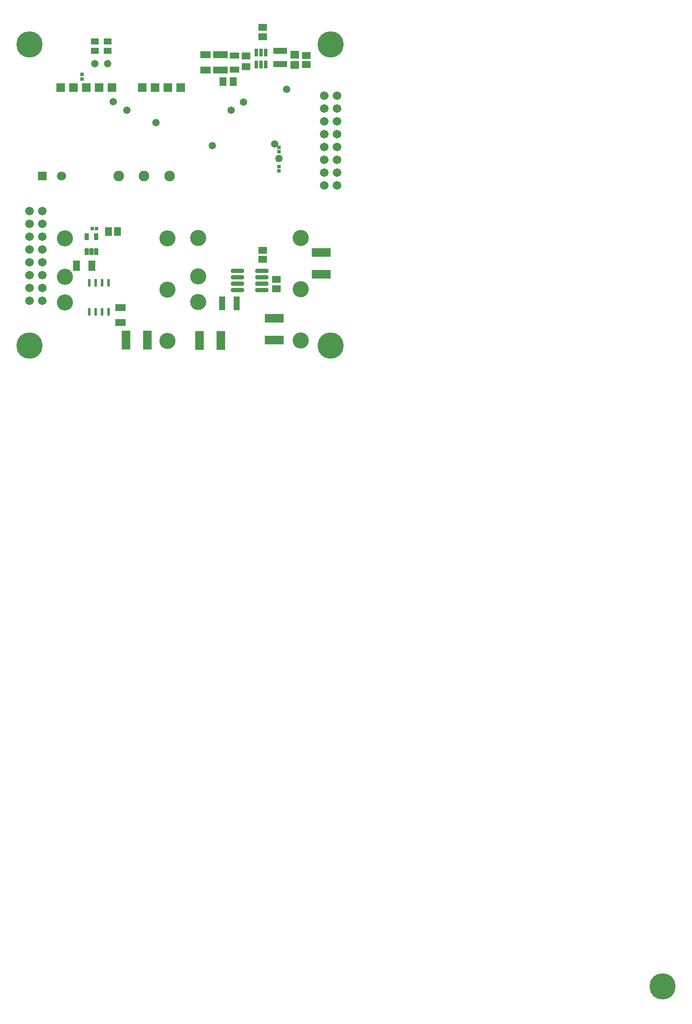
<source format=gbr>
G04 Layer_Color=16711935*
%FSLAX26Y26*%
%MOIN*%
%TF.FileFunction,Soldermask,Bot*%
%TF.Part,Single*%
G01*
G75*
%TA.AperFunction,SMDPad,CuDef*%
%ADD47R,0.045402X0.110362*%
%ADD48R,0.053276X0.065087*%
%TA.AperFunction,ComponentPad*%
%ADD51C,0.067055*%
%TA.AperFunction,ViaPad*%
%ADD52C,0.204850*%
%TA.AperFunction,ComponentPad*%
%ADD53R,0.068000X0.068000*%
%ADD54R,0.068000X0.068000*%
%ADD55C,0.126110*%
%ADD56C,0.082803*%
%ADD57R,0.070992X0.070992*%
%ADD58C,0.070992*%
%TA.AperFunction,ViaPad*%
%ADD59C,0.058000*%
%TA.AperFunction,SMDPad,CuDef*%
%ADD62R,0.065087X0.053276*%
%ADD63O,0.106425X0.035559*%
%ADD64R,0.074929X0.045402*%
%ADD65R,0.114299X0.053276*%
%ADD66R,0.078866X0.053276*%
%ADD67R,0.069024X0.061150*%
%ADD68R,0.145795X0.070992*%
%ADD69R,0.070992X0.145795*%
%ADD70R,0.110362X0.051307*%
%ADD71R,0.067055X0.057213*%
%ADD72R,0.057213X0.067055*%
%ADD73R,0.029654X0.059181*%
%ADD74R,0.025716X0.029654*%
G04:AMPARAMS|DCode=75|XSize=33.591mil|YSize=55.244mil|CornerRadius=5.919mil|HoleSize=0mil|Usage=FLASHONLY|Rotation=0.000|XOffset=0mil|YOffset=0mil|HoleType=Round|Shape=RoundedRectangle|*
%AMROUNDEDRECTD75*
21,1,0.033591,0.043406,0,0,0.0*
21,1,0.021752,0.055244,0,0,0.0*
1,1,0.011839,0.010876,-0.021703*
1,1,0.011839,-0.010876,-0.021703*
1,1,0.011839,-0.010876,0.021703*
1,1,0.011839,0.010876,0.021703*
%
%ADD75ROUNDEDRECTD75*%
%ADD76R,0.053276X0.078866*%
%ADD77O,0.021779X0.063118*%
%ADD78R,0.063118X0.049339*%
%ADD79R,0.029654X0.025716*%
D47*
X1614174Y-19566D02*
D03*
X1503938D02*
D03*
D48*
X685433Y540000D02*
D03*
X614567D02*
D03*
D51*
X2400000Y1600000D02*
D03*
Y1500000D02*
D03*
Y1400000D02*
D03*
Y1300000D02*
D03*
Y1200000D02*
D03*
X2300000Y1600000D02*
D03*
Y1500000D02*
D03*
Y1400000D02*
D03*
Y1300000D02*
D03*
Y1200000D02*
D03*
X2400000Y1100000D02*
D03*
Y1000000D02*
D03*
Y900000D02*
D03*
X2300000Y1100000D02*
D03*
Y1000000D02*
D03*
Y900000D02*
D03*
X100000Y700000D02*
D03*
Y600000D02*
D03*
Y500000D02*
D03*
Y400000D02*
D03*
Y300000D02*
D03*
X0Y700000D02*
D03*
Y600000D02*
D03*
Y500000D02*
D03*
Y400000D02*
D03*
Y300000D02*
D03*
X100000Y200000D02*
D03*
Y100000D02*
D03*
Y0D02*
D03*
X0Y200000D02*
D03*
Y100000D02*
D03*
Y0D02*
D03*
D52*
X4938544Y-5349140D02*
D03*
X0Y-350000D02*
D03*
X2350000D02*
D03*
X0Y2000000D02*
D03*
X2350000D02*
D03*
D53*
X540811Y1664882D02*
D03*
X440811D02*
D03*
X340811D02*
D03*
X240811D02*
D03*
X640811D02*
D03*
D54*
X1179000D02*
D03*
X1079000D02*
D03*
X979000D02*
D03*
X879000D02*
D03*
D55*
X1075000Y488504D02*
D03*
Y88504D02*
D03*
Y-311496D02*
D03*
X275000Y488504D02*
D03*
Y-11496D02*
D03*
Y188504D02*
D03*
X2115039Y-309921D02*
D03*
Y490079D02*
D03*
X1315040Y-9921D02*
D03*
Y190079D02*
D03*
Y490079D02*
D03*
X2115039Y90079D02*
D03*
D56*
X695276Y975000D02*
D03*
X1092126D02*
D03*
X893701D02*
D03*
D57*
X100000D02*
D03*
D58*
X248819D02*
D03*
D59*
X1912000Y1226000D02*
D03*
X653260Y1553750D02*
D03*
X759260Y1488434D02*
D03*
X1667500Y1552500D02*
D03*
X1425000Y1210000D02*
D03*
X1573110Y1488110D02*
D03*
X609000Y1850000D02*
D03*
X509000D02*
D03*
X1947150Y1112063D02*
D03*
X2007150Y1652063D02*
D03*
X987150Y1392063D02*
D03*
D62*
X1819998Y324566D02*
D03*
Y395432D02*
D03*
X1927054Y96000D02*
D03*
Y166866D02*
D03*
X2159000Y1845510D02*
D03*
Y1916376D02*
D03*
X1818764Y2133385D02*
D03*
Y2062519D02*
D03*
D63*
X1813716Y233528D02*
D03*
Y183528D02*
D03*
Y133528D02*
D03*
Y83528D02*
D03*
X1620804Y233528D02*
D03*
Y183528D02*
D03*
Y133528D02*
D03*
Y83528D02*
D03*
D64*
X1599000Y1805824D02*
D03*
Y1916062D02*
D03*
D65*
X1489000Y1801890D02*
D03*
Y1920000D02*
D03*
D66*
X1371653Y1802167D02*
D03*
Y1920276D02*
D03*
X710000Y-50944D02*
D03*
Y-169054D02*
D03*
D67*
X2069000Y1841574D02*
D03*
Y1920314D02*
D03*
D68*
X1909000Y-135356D02*
D03*
Y-304646D02*
D03*
X2275056Y378080D02*
D03*
Y208788D02*
D03*
D69*
X1324356Y-310000D02*
D03*
X1493646D02*
D03*
X750866Y-303622D02*
D03*
X920158D02*
D03*
D70*
X1954331Y1952756D02*
D03*
Y1846456D02*
D03*
D71*
X1689000Y1912284D02*
D03*
Y1829606D02*
D03*
D72*
X1590338Y1710942D02*
D03*
X1507662D02*
D03*
D73*
X1842150Y1939604D02*
D03*
X1804748D02*
D03*
X1767346D02*
D03*
Y1845116D02*
D03*
X1804748D02*
D03*
X1842150D02*
D03*
D74*
X488338Y563434D02*
D03*
X523772D02*
D03*
D75*
X520456Y502504D02*
D03*
X445654D02*
D03*
Y386362D02*
D03*
X483056D02*
D03*
X520456D02*
D03*
D76*
X365944Y275000D02*
D03*
X484054D02*
D03*
D77*
X614236Y-86102D02*
D03*
X564236D02*
D03*
X514236D02*
D03*
X464236D02*
D03*
X614236Y140276D02*
D03*
X564236D02*
D03*
X514236D02*
D03*
X464236D02*
D03*
D78*
X508110Y1950709D02*
D03*
Y2025512D02*
D03*
X608110Y1950709D02*
D03*
Y2025512D02*
D03*
D79*
X410000Y1767716D02*
D03*
Y1732284D02*
D03*
X1947150Y1199780D02*
D03*
Y1164347D02*
D03*
Y1049780D02*
D03*
Y1014347D02*
D03*
%TF.MD5,bf13d525488eea30cafe398e7f8eb735*%
M02*

</source>
